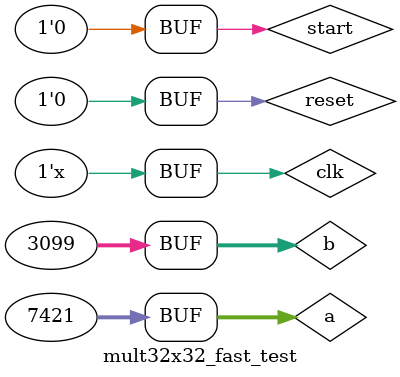
<source format=sv>
module mult32x32_fast_test;

    logic clk;            // Clock
    logic reset;          // Reset
    logic start;          // Start signal
    logic [31:0] a;       // Input a
    logic [31:0] b;       // Input b
    logic busy;           // Multiplier busy indication
    logic [63:0] product; // Miltiplication product

// Put your code here
// ------------------
 mult32x32_fast inst(.clk(clk),.reset(reset),.start(start),.a(a),.b(b),.busy(busy),.product(product));
always begin
   #5
   clk = ~clk;
end
initial begin
   clk=1'b1;
    reset=1'b1;
    start=1'b0;
    a=32'b0;
    b=32'b0;

#40
reset=1'b0;
start=1'b0;
#10
start=1'b1;
a=32'd315481341;
b=32'd211438619;
#10
  start=1'b0;
#160
reset=1'b1;

#20
reset=1'b0;
start=1'b1;
          
a=32'b00000000000000001110011111101;
b=32'b0000000000000000110000011011;

#10

start=1'b0;

#160

start=1'b0;
end
// End of your code

endmodule

</source>
